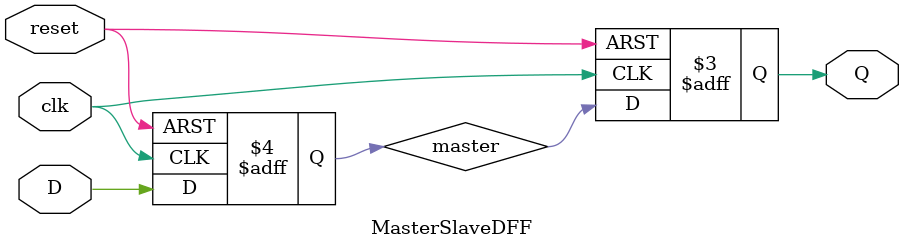
<source format=v>
module MasterSlaveDFF (
    input D,      // Data input
    input clk,    // Clock input
    input reset,  // Asynchronous reset
    output reg Q  // Output
);

    reg master; // Internal signal for the master latch

    // Master latch (active when clk is low)
    always @(posedge reset or negedge clk) begin
        if (reset)
            master <= 0;
        else
            master <= D;
    end

    // Slave latch (active when clk is high)
    always @(posedge reset or posedge clk) begin
        if (reset)
            Q <= 0;
        else
            Q <= master;
    end

endmodule

</source>
